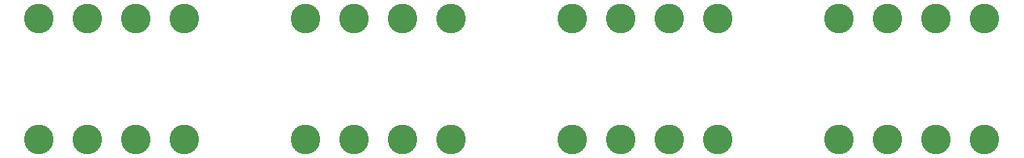
<source format=gbr>
%TF.GenerationSoftware,KiCad,Pcbnew,(5.1.6)-1*%
%TF.CreationDate,2022-03-29T13:18:27-05:00*%
%TF.ProjectId,edge_connector,65646765-5f63-46f6-9e6e-6563746f722e,rev?*%
%TF.SameCoordinates,Original*%
%TF.FileFunction,Soldermask,Bot*%
%TF.FilePolarity,Negative*%
%FSLAX46Y46*%
G04 Gerber Fmt 4.6, Leading zero omitted, Abs format (unit mm)*
G04 Created by KiCad (PCBNEW (5.1.6)-1) date 2022-03-29 13:18:27*
%MOMM*%
%LPD*%
G01*
G04 APERTURE LIST*
%ADD10C,3.100000*%
G04 APERTURE END LIST*
D10*
%TO.C,J1*%
X10160000Y17780000D03*
X15240000Y17780000D03*
X20320000Y17780000D03*
X25400000Y17780000D03*
%TD*%
%TO.C,J2*%
X53340000Y17780000D03*
X48260000Y17780000D03*
X43180000Y17780000D03*
X38100000Y17780000D03*
%TD*%
%TO.C,J3*%
X66040000Y17780000D03*
X71120000Y17780000D03*
X76200000Y17780000D03*
X81280000Y17780000D03*
%TD*%
%TO.C,J4*%
X109220000Y17780000D03*
X104140000Y17780000D03*
X99060000Y17780000D03*
X93980000Y17780000D03*
%TD*%
%TO.C,J7*%
X10160000Y5080000D03*
X15240000Y5080000D03*
X20320000Y5080000D03*
X25400000Y5080000D03*
%TD*%
%TO.C,J8*%
X53340000Y5080000D03*
X48260000Y5080000D03*
X43180000Y5080000D03*
X38100000Y5080000D03*
%TD*%
%TO.C,J9*%
X66040000Y5080000D03*
X71120000Y5080000D03*
X76200000Y5080000D03*
X81280000Y5080000D03*
%TD*%
%TO.C,J10*%
X109220000Y5080000D03*
X104140000Y5080000D03*
X99060000Y5080000D03*
X93980000Y5080000D03*
%TD*%
M02*

</source>
